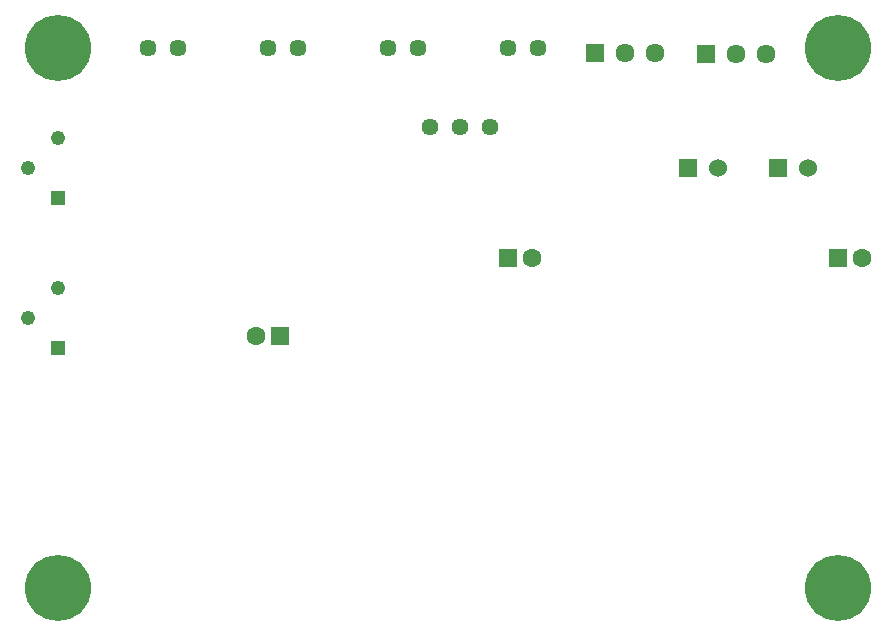
<source format=gbr>
%TF.GenerationSoftware,KiCad,Pcbnew,8.0.0*%
%TF.CreationDate,2024-04-17T16:33:47+02:00*%
%TF.ProjectId,bspdv3,62737064-7633-42e6-9b69-6361645f7063,rev?*%
%TF.SameCoordinates,Original*%
%TF.FileFunction,Soldermask,Bot*%
%TF.FilePolarity,Negative*%
%FSLAX46Y46*%
G04 Gerber Fmt 4.6, Leading zero omitted, Abs format (unit mm)*
G04 Created by KiCad (PCBNEW 8.0.0) date 2024-04-17 16:33:47*
%MOMM*%
%LPD*%
G01*
G04 APERTURE LIST*
%ADD10C,5.600000*%
%ADD11R,1.600000X1.600000*%
%ADD12C,1.600000*%
%ADD13C,1.447000*%
%ADD14C,1.440000*%
%ADD15R,1.217000X1.217000*%
%ADD16C,1.217000*%
%ADD17R,1.530000X1.530000*%
%ADD18C,1.530000*%
%ADD19R,1.610000X1.610000*%
%ADD20C,1.610000*%
G04 APERTURE END LIST*
D10*
%TO.C,M4*%
X88900000Y-66040000D03*
%TD*%
%TO.C,M3*%
X22860000Y-66040000D03*
%TD*%
D11*
%TO.C,C1*%
X41595100Y-44704000D03*
D12*
X39595100Y-44704000D03*
%TD*%
D13*
%TO.C,LED2*%
X40640000Y-20320000D03*
X43180000Y-20320000D03*
%TD*%
D14*
%TO.C,U2*%
X59374500Y-27024000D03*
X56834500Y-27024000D03*
X54294500Y-27024000D03*
%TD*%
D15*
%TO.C,RV2*%
X22860000Y-33020000D03*
D16*
X20320000Y-30480000D03*
X22860000Y-27940000D03*
%TD*%
D11*
%TO.C,C5*%
X60960000Y-38100000D03*
D12*
X62960000Y-38100000D03*
%TD*%
D13*
%TO.C,LED1*%
X50800000Y-20320000D03*
X53340000Y-20320000D03*
%TD*%
D10*
%TO.C,M1*%
X22860000Y-20320000D03*
%TD*%
D17*
%TO.C,J4*%
X83820000Y-30480000D03*
D18*
X86360000Y-30480000D03*
%TD*%
D19*
%TO.C,J2*%
X77724000Y-20828000D03*
D20*
X80264000Y-20828000D03*
X82804000Y-20828000D03*
%TD*%
D10*
%TO.C,M2*%
X88900000Y-20320000D03*
%TD*%
D13*
%TO.C,LED3*%
X30480000Y-20320000D03*
X33020000Y-20320000D03*
%TD*%
D11*
%TO.C,C4*%
X88900000Y-38100000D03*
D12*
X90900000Y-38100000D03*
%TD*%
D19*
%TO.C,J1*%
X68317000Y-20753000D03*
D20*
X70857000Y-20753000D03*
X73397000Y-20753000D03*
%TD*%
D15*
%TO.C,RV1*%
X22860000Y-45720000D03*
D16*
X20320000Y-43180000D03*
X22860000Y-40640000D03*
%TD*%
D17*
%TO.C,J3*%
X76200000Y-30480000D03*
D18*
X78740000Y-30480000D03*
%TD*%
D13*
%TO.C,LED4*%
X60960000Y-20320000D03*
X63500000Y-20320000D03*
%TD*%
M02*

</source>
